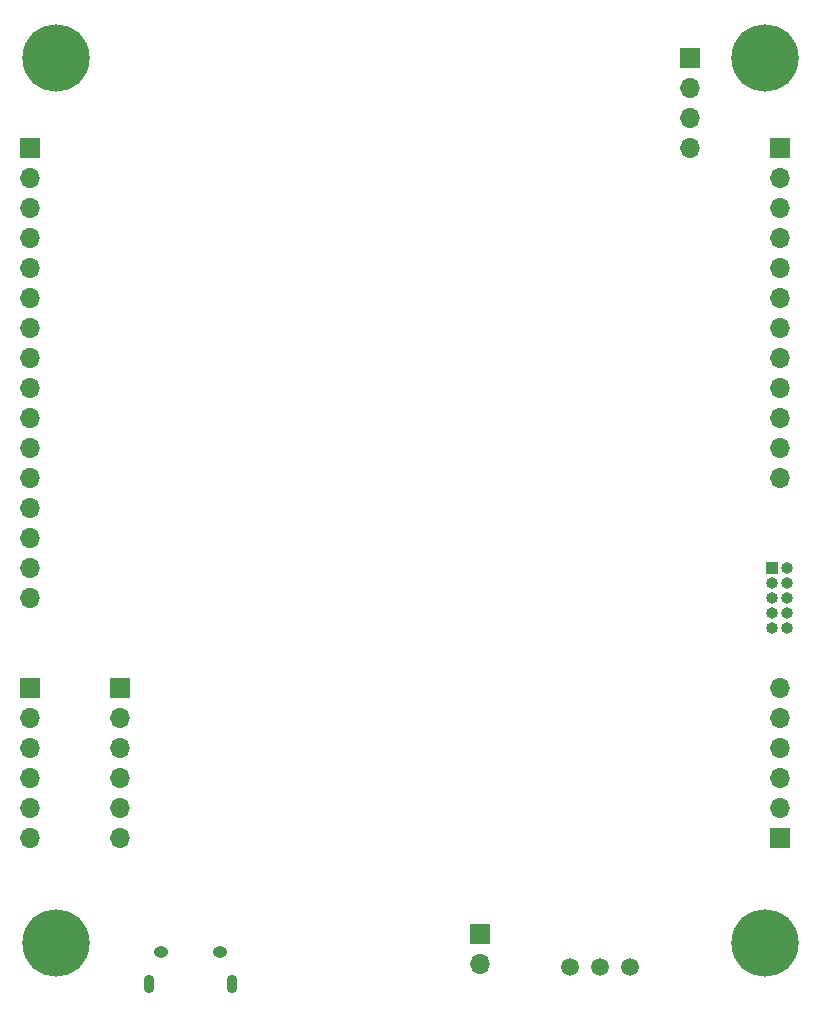
<source format=gbr>
%TF.GenerationSoftware,KiCad,Pcbnew,8.0.3*%
%TF.CreationDate,2024-06-19T01:19:57-05:00*%
%TF.ProjectId,bicep,62696365-702e-46b6-9963-61645f706362,rev?*%
%TF.SameCoordinates,Original*%
%TF.FileFunction,Soldermask,Bot*%
%TF.FilePolarity,Negative*%
%FSLAX46Y46*%
G04 Gerber Fmt 4.6, Leading zero omitted, Abs format (unit mm)*
G04 Created by KiCad (PCBNEW 8.0.3) date 2024-06-19 01:19:57*
%MOMM*%
%LPD*%
G01*
G04 APERTURE LIST*
%ADD10O,0.890000X1.550000*%
%ADD11O,1.250000X0.950000*%
%ADD12C,5.700000*%
%ADD13R,1.700000X1.700000*%
%ADD14O,1.700000X1.700000*%
%ADD15C,1.500000*%
%ADD16R,1.000000X1.000000*%
%ADD17O,1.000000X1.000000*%
G04 APERTURE END LIST*
D10*
%TO.C,J11*%
X121900000Y-141900000D03*
D11*
X122900000Y-139200000D03*
X127900000Y-139200000D03*
D10*
X128900000Y-141900000D03*
%TD*%
D12*
%TO.C,H2*%
X174000000Y-63500000D03*
%TD*%
D13*
%TO.C,J9*%
X111760000Y-71120000D03*
D14*
X111760000Y-73660000D03*
X111760000Y-76200000D03*
X111760000Y-78740000D03*
X111760000Y-81280000D03*
X111760000Y-83820000D03*
X111760000Y-86360000D03*
X111760000Y-88900000D03*
X111760000Y-91440000D03*
X111760000Y-93980000D03*
X111760000Y-96520000D03*
X111760000Y-99060000D03*
X111760000Y-101600000D03*
X111760000Y-104140000D03*
X111760000Y-106680000D03*
X111760000Y-109220000D03*
%TD*%
D13*
%TO.C,J6*%
X119380000Y-116840000D03*
D14*
X119380000Y-119380000D03*
X119380000Y-121920000D03*
X119380000Y-124460000D03*
X119380000Y-127000000D03*
X119380000Y-129540000D03*
%TD*%
D13*
%TO.C,J5*%
X111760000Y-116840000D03*
D14*
X111760000Y-119380000D03*
X111760000Y-121920000D03*
X111760000Y-124460000D03*
X111760000Y-127000000D03*
X111760000Y-129540000D03*
%TD*%
D15*
%TO.C,SW2*%
X162560000Y-140500000D03*
X160060000Y-140500000D03*
X157560000Y-140500000D03*
%TD*%
D13*
%TO.C,J12*%
X149900000Y-137725000D03*
D14*
X149900000Y-140265000D03*
%TD*%
D12*
%TO.C,H4*%
X174000000Y-138500000D03*
%TD*%
D13*
%TO.C,J7*%
X175260000Y-129540000D03*
D14*
X175260000Y-127000000D03*
X175260000Y-124460000D03*
X175260000Y-121920000D03*
X175260000Y-119380000D03*
X175260000Y-116840000D03*
%TD*%
D12*
%TO.C,H3*%
X114000000Y-138500000D03*
%TD*%
%TO.C,H1*%
X114000000Y-63500000D03*
%TD*%
D16*
%TO.C,J1*%
X174625000Y-106680000D03*
D17*
X175895000Y-106680000D03*
X174625000Y-107950000D03*
X175895000Y-107950000D03*
X174625000Y-109220000D03*
X175895000Y-109220000D03*
X174625000Y-110490000D03*
X175895000Y-110490000D03*
X174625000Y-111760000D03*
X175895000Y-111760000D03*
%TD*%
D13*
%TO.C,J8*%
X175260000Y-71120000D03*
D14*
X175260000Y-73660000D03*
X175260000Y-76200000D03*
X175260000Y-78740000D03*
X175260000Y-81280000D03*
X175260000Y-83820000D03*
X175260000Y-86360000D03*
X175260000Y-88900000D03*
X175260000Y-91440000D03*
X175260000Y-93980000D03*
X175260000Y-96520000D03*
X175260000Y-99060000D03*
%TD*%
D13*
%TO.C,J4*%
X167640000Y-63500000D03*
D14*
X167640000Y-66040000D03*
X167640000Y-68580000D03*
X167640000Y-71120000D03*
%TD*%
M02*

</source>
